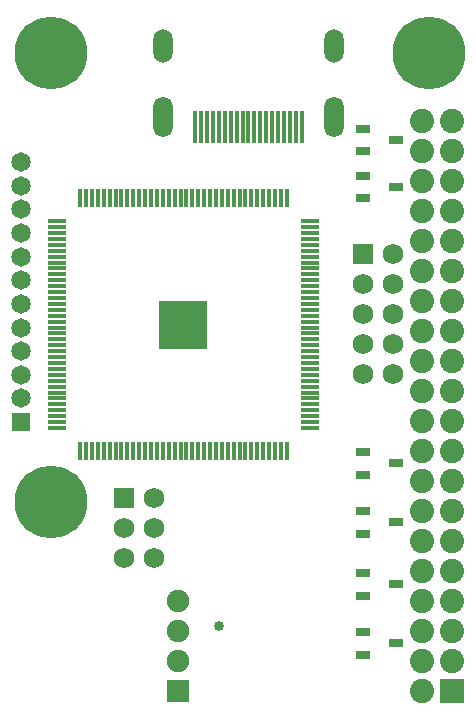
<source format=gts>
G04*
G04 #@! TF.GenerationSoftware,Altium Limited,Altium Designer,19.1.9 (167)*
G04*
G04 Layer_Color=8388736*
%FSLAX44Y44*%
%MOMM*%
G71*
G01*
G75*
%ADD15R,0.4300X2.7500*%
%ADD16R,0.4000X1.5500*%
%ADD17R,1.1500X0.7500*%
%ADD18R,1.5500X0.4000*%
%ADD19R,2.0500X2.0500*%
%ADD20C,2.0500*%
%ADD21O,1.6500X3.4500*%
%ADD22O,1.6500X2.8500*%
%ADD23C,1.7500*%
%ADD24R,1.7500X1.7500*%
%ADD25C,1.6500*%
%ADD26R,1.6500X1.6500*%
%ADD27C,1.9000*%
%ADD28R,1.9000X1.9000*%
%ADD29R,4.1500X4.1500*%
%ADD30C,6.1500*%
%ADD31C,0.8500*%
D15*
X207500Y497500D02*
D03*
X202500D02*
D03*
X197500D02*
D03*
X192500D02*
D03*
X187500D02*
D03*
X182500D02*
D03*
X177500D02*
D03*
X172500D02*
D03*
X212500D02*
D03*
X217500D02*
D03*
X222500D02*
D03*
X227500D02*
D03*
X232500D02*
D03*
X237500D02*
D03*
X242500D02*
D03*
X167500D02*
D03*
X162500D02*
D03*
X247500D02*
D03*
X252500D02*
D03*
D16*
X225000Y437000D02*
D03*
X205000D02*
D03*
X185000D02*
D03*
X155000D02*
D03*
X165000D02*
D03*
X240000Y223000D02*
D03*
X235000D02*
D03*
X230000D02*
D03*
X225000D02*
D03*
X220000D02*
D03*
X215000D02*
D03*
X210000D02*
D03*
X205000D02*
D03*
X200000D02*
D03*
X195000D02*
D03*
X190000D02*
D03*
X185000D02*
D03*
X180000D02*
D03*
X175000D02*
D03*
X170000D02*
D03*
X165000D02*
D03*
X160000D02*
D03*
X155000D02*
D03*
X150000D02*
D03*
X145000D02*
D03*
X140000D02*
D03*
X135000D02*
D03*
X130000D02*
D03*
X125000D02*
D03*
X120000D02*
D03*
X115000D02*
D03*
X110000D02*
D03*
X105000D02*
D03*
X100000D02*
D03*
X95000D02*
D03*
X90000D02*
D03*
X85000D02*
D03*
X80000D02*
D03*
X75000D02*
D03*
X70000D02*
D03*
X65000D02*
D03*
Y437000D02*
D03*
X70000D02*
D03*
X75000D02*
D03*
X80000D02*
D03*
X85000D02*
D03*
X90000D02*
D03*
X95000D02*
D03*
X100000D02*
D03*
X105000D02*
D03*
X110000D02*
D03*
X115000D02*
D03*
X120000D02*
D03*
X125000D02*
D03*
X130000D02*
D03*
X135000D02*
D03*
X140000D02*
D03*
X145000D02*
D03*
X150000D02*
D03*
X160000D02*
D03*
X170000D02*
D03*
X175000D02*
D03*
X180000D02*
D03*
X190000D02*
D03*
X195000D02*
D03*
X200000D02*
D03*
X210000D02*
D03*
X215000D02*
D03*
X220000D02*
D03*
X230000D02*
D03*
X235000D02*
D03*
X240000D02*
D03*
D17*
X304500Y496000D02*
D03*
Y477000D02*
D03*
X332500Y486500D02*
D03*
X304500Y456000D02*
D03*
Y437000D02*
D03*
X332500Y446500D02*
D03*
X332500Y162500D02*
D03*
X304500Y153000D02*
D03*
Y172000D02*
D03*
X332500Y212500D02*
D03*
X304500Y203000D02*
D03*
Y222000D02*
D03*
X332500Y110000D02*
D03*
X304500Y100500D02*
D03*
Y119500D02*
D03*
X332500Y60000D02*
D03*
X304500Y50500D02*
D03*
Y69500D02*
D03*
D18*
X45500Y242500D02*
D03*
Y247500D02*
D03*
Y252500D02*
D03*
Y257500D02*
D03*
Y262500D02*
D03*
Y267500D02*
D03*
Y272500D02*
D03*
Y277500D02*
D03*
Y282500D02*
D03*
Y287500D02*
D03*
Y292500D02*
D03*
Y297500D02*
D03*
Y302500D02*
D03*
Y307500D02*
D03*
Y312500D02*
D03*
Y317500D02*
D03*
Y322500D02*
D03*
Y327500D02*
D03*
Y332500D02*
D03*
Y337500D02*
D03*
Y342500D02*
D03*
Y347500D02*
D03*
Y352500D02*
D03*
Y357500D02*
D03*
Y362500D02*
D03*
Y367500D02*
D03*
Y372500D02*
D03*
Y377500D02*
D03*
Y382500D02*
D03*
Y387500D02*
D03*
Y392500D02*
D03*
Y397500D02*
D03*
Y402500D02*
D03*
Y407500D02*
D03*
Y412500D02*
D03*
Y417500D02*
D03*
X259500D02*
D03*
Y412500D02*
D03*
Y407500D02*
D03*
Y402500D02*
D03*
Y397500D02*
D03*
Y392500D02*
D03*
Y387500D02*
D03*
Y382500D02*
D03*
Y377500D02*
D03*
Y372500D02*
D03*
Y367500D02*
D03*
Y362500D02*
D03*
Y357500D02*
D03*
Y352500D02*
D03*
Y347500D02*
D03*
Y342500D02*
D03*
Y337500D02*
D03*
Y332500D02*
D03*
Y327500D02*
D03*
Y322500D02*
D03*
Y317500D02*
D03*
Y312500D02*
D03*
Y307500D02*
D03*
Y302500D02*
D03*
Y297500D02*
D03*
Y292500D02*
D03*
Y287500D02*
D03*
Y282500D02*
D03*
Y277500D02*
D03*
Y272500D02*
D03*
Y267500D02*
D03*
Y262500D02*
D03*
Y257500D02*
D03*
Y252500D02*
D03*
Y247500D02*
D03*
Y242500D02*
D03*
D19*
X380000Y20000D02*
D03*
D20*
Y96200D02*
D03*
Y172400D02*
D03*
Y248600D02*
D03*
Y324800D02*
D03*
Y401000D02*
D03*
Y477200D02*
D03*
X354600Y20000D02*
D03*
Y96200D02*
D03*
Y172400D02*
D03*
Y324800D02*
D03*
Y401000D02*
D03*
Y477200D02*
D03*
X380000Y70800D02*
D03*
Y45400D02*
D03*
Y147000D02*
D03*
Y121600D02*
D03*
Y223200D02*
D03*
Y197800D02*
D03*
Y299400D02*
D03*
Y274000D02*
D03*
Y375600D02*
D03*
Y350200D02*
D03*
Y451800D02*
D03*
Y426400D02*
D03*
Y502600D02*
D03*
X354600Y70800D02*
D03*
Y45400D02*
D03*
Y147000D02*
D03*
Y121600D02*
D03*
Y223200D02*
D03*
Y197800D02*
D03*
Y299400D02*
D03*
Y274000D02*
D03*
Y375600D02*
D03*
Y350200D02*
D03*
Y451800D02*
D03*
Y426400D02*
D03*
Y502600D02*
D03*
Y248600D02*
D03*
D21*
X280000Y505500D02*
D03*
X135000D02*
D03*
D22*
X280000Y565500D02*
D03*
X135000D02*
D03*
D23*
X127500Y157900D02*
D03*
X102100D02*
D03*
X127500Y132500D02*
D03*
X102100D02*
D03*
X127500Y183300D02*
D03*
X330250Y364400D02*
D03*
X304850D02*
D03*
X330250Y339000D02*
D03*
X304850D02*
D03*
X330250Y313600D02*
D03*
X304850D02*
D03*
Y288200D02*
D03*
X330250D02*
D03*
Y389800D02*
D03*
D24*
X102100Y183300D02*
D03*
X304850Y389800D02*
D03*
D25*
X15000Y467500D02*
D03*
Y447500D02*
D03*
Y427500D02*
D03*
Y407500D02*
D03*
Y387500D02*
D03*
Y367500D02*
D03*
Y347500D02*
D03*
Y327500D02*
D03*
Y307500D02*
D03*
Y287500D02*
D03*
Y267500D02*
D03*
D26*
Y247500D02*
D03*
D27*
X147500Y70800D02*
D03*
Y96200D02*
D03*
Y45400D02*
D03*
D28*
Y20000D02*
D03*
D29*
X152500Y330000D02*
D03*
D30*
X360000Y560000D02*
D03*
X40000Y180000D02*
D03*
Y560000D02*
D03*
D31*
X182500Y75000D02*
D03*
M02*

</source>
